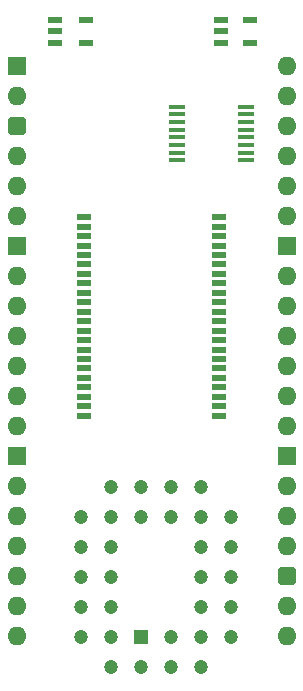
<source format=gbr>
%TF.GenerationSoftware,KiCad,Pcbnew,7.0.5*%
%TF.CreationDate,2024-01-10T17:55:56+02:00*%
%TF.ProjectId,HCP65 MPU Memory,48435036-3520-44d5-9055-204d656d6f72,rev?*%
%TF.SameCoordinates,Original*%
%TF.FileFunction,Soldermask,Top*%
%TF.FilePolarity,Negative*%
%FSLAX46Y46*%
G04 Gerber Fmt 4.6, Leading zero omitted, Abs format (unit mm)*
G04 Created by KiCad (PCBNEW 7.0.5) date 2024-01-10 17:55:56*
%MOMM*%
%LPD*%
G01*
G04 APERTURE LIST*
G04 Aperture macros list*
%AMRoundRect*
0 Rectangle with rounded corners*
0 $1 Rounding radius*
0 $2 $3 $4 $5 $6 $7 $8 $9 X,Y pos of 4 corners*
0 Add a 4 corners polygon primitive as box body*
4,1,4,$2,$3,$4,$5,$6,$7,$8,$9,$2,$3,0*
0 Add four circle primitives for the rounded corners*
1,1,$1+$1,$2,$3*
1,1,$1+$1,$4,$5*
1,1,$1+$1,$6,$7*
1,1,$1+$1,$8,$9*
0 Add four rect primitives between the rounded corners*
20,1,$1+$1,$2,$3,$4,$5,0*
20,1,$1+$1,$4,$5,$6,$7,0*
20,1,$1+$1,$6,$7,$8,$9,0*
20,1,$1+$1,$8,$9,$2,$3,0*%
G04 Aperture macros list end*
%ADD10R,1.450000X0.450000*%
%ADD11R,1.250000X0.600000*%
%ADD12R,1.200000X1.200000*%
%ADD13C,1.200000*%
%ADD14R,1.150000X0.600000*%
%ADD15R,1.295000X0.600000*%
%ADD16R,1.600000X1.600000*%
%ADD17O,1.600000X1.600000*%
%ADD18RoundRect,0.400000X-0.400000X-0.400000X0.400000X-0.400000X0.400000X0.400000X-0.400000X0.400000X0*%
G04 APERTURE END LIST*
D10*
%TO.C,IC49*%
X105795000Y-79110000D03*
X105795000Y-78460000D03*
X105795000Y-77810000D03*
X105795000Y-77160000D03*
X105795000Y-76510000D03*
X105795000Y-75860000D03*
X105795000Y-75210000D03*
X105795000Y-74560000D03*
X99945000Y-74560000D03*
X99945000Y-75210000D03*
X99945000Y-75860000D03*
X99945000Y-76510000D03*
X99945000Y-77160000D03*
X99945000Y-77810000D03*
X99945000Y-78460000D03*
X99945000Y-79110000D03*
%TD*%
D11*
%TO.C,IC48*%
X103652000Y-67249000D03*
X103652000Y-68199000D03*
X103652000Y-69149000D03*
X106152000Y-69149000D03*
X106152000Y-67249000D03*
%TD*%
D12*
%TO.C,IC46*%
X96901000Y-119507000D03*
D13*
X99441000Y-122047000D03*
X99441000Y-119507000D03*
X101981000Y-122047000D03*
X104521000Y-119507000D03*
X101981000Y-119507000D03*
X104521000Y-116967000D03*
X101981000Y-116967000D03*
X104521000Y-114427000D03*
X101981000Y-114427000D03*
X104521000Y-111887000D03*
X101981000Y-111887000D03*
X104521000Y-109347000D03*
X101981000Y-106807000D03*
X101981000Y-109347000D03*
X99441000Y-106807000D03*
X99441000Y-109347000D03*
X96901000Y-106807000D03*
X96901000Y-109347000D03*
X94361000Y-106807000D03*
X91821000Y-109347000D03*
X94361000Y-109347000D03*
X91821000Y-111887000D03*
X94361000Y-111887000D03*
X91821000Y-114427000D03*
X94361000Y-114427000D03*
X91821000Y-116967000D03*
X94361000Y-116967000D03*
X91821000Y-119507000D03*
X94361000Y-122047000D03*
X94361000Y-119507000D03*
X96901000Y-122047000D03*
%TD*%
D14*
%TO.C,IC45*%
X89632000Y-67249000D03*
X89632000Y-68199000D03*
X89632000Y-69149000D03*
X92232000Y-69149000D03*
X92232000Y-67249000D03*
%TD*%
D15*
%TO.C,IC25*%
X92062000Y-83929000D03*
X92062000Y-84729000D03*
X92062000Y-85529000D03*
X92062000Y-86329000D03*
X92062000Y-87129000D03*
X92062000Y-87929000D03*
X92062000Y-88729000D03*
X92062000Y-89529000D03*
X92062000Y-90329000D03*
X92062000Y-91129000D03*
X92062000Y-91929000D03*
X92062000Y-92729000D03*
X92062000Y-93529000D03*
X92062000Y-94329000D03*
X92062000Y-95129000D03*
X92062000Y-95929000D03*
X92062000Y-96729000D03*
X92062000Y-97529000D03*
X92062000Y-98329000D03*
X92062000Y-99129000D03*
X92062000Y-99929000D03*
X92062000Y-100729000D03*
X103518000Y-100729000D03*
X103518000Y-99929000D03*
X103518000Y-99129000D03*
X103518000Y-98329000D03*
X103518000Y-97529000D03*
X103518000Y-96729000D03*
X103518000Y-95929000D03*
X103518000Y-95129000D03*
X103518000Y-94329000D03*
X103518000Y-93529000D03*
X103518000Y-92729000D03*
X103518000Y-91929000D03*
X103518000Y-91129000D03*
X103518000Y-90329000D03*
X103518000Y-89529000D03*
X103518000Y-88729000D03*
X103518000Y-87929000D03*
X103518000Y-87129000D03*
X103518000Y-86329000D03*
X103518000Y-85529000D03*
X103518000Y-84729000D03*
X103518000Y-83929000D03*
%TD*%
D16*
%TO.C,J8*%
X86360000Y-71120000D03*
D17*
X86360000Y-73660000D03*
D18*
X86360000Y-76200000D03*
D17*
X86360000Y-78740000D03*
X86360000Y-81280000D03*
X86360000Y-83820000D03*
D16*
X86360000Y-86360000D03*
D17*
X86360000Y-88900000D03*
X86360000Y-91440000D03*
X86360000Y-93980000D03*
X86360000Y-96520000D03*
X86360000Y-99060000D03*
X86360000Y-101600000D03*
D16*
X86360000Y-104140000D03*
D17*
X86360000Y-106680000D03*
X86360000Y-109220000D03*
X86360000Y-111760000D03*
X86360000Y-114300000D03*
X86360000Y-116840000D03*
X86360000Y-119380000D03*
X109220000Y-119380000D03*
X109220000Y-116840000D03*
D18*
X109220000Y-114300000D03*
D17*
X109220000Y-111760000D03*
X109220000Y-109220000D03*
X109220000Y-106680000D03*
D16*
X109220000Y-104140000D03*
D17*
X109220000Y-101600000D03*
X109220000Y-99060000D03*
X109220000Y-96520000D03*
X109220000Y-93980000D03*
X109220000Y-91440000D03*
X109220000Y-88900000D03*
D16*
X109220000Y-86360000D03*
D17*
X109220000Y-83820000D03*
X109220000Y-81280000D03*
X109220000Y-78740000D03*
X109220000Y-76200000D03*
X109220000Y-73660000D03*
X109220000Y-71120000D03*
%TD*%
M02*

</source>
